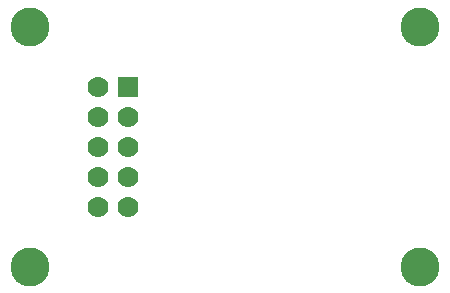
<source format=gbs>
G04 (created by PCBNEW (2013-mar-13)-testing) date Sat 10 Aug 2013 01:32:29 PM PDT*
%MOIN*%
G04 Gerber Fmt 3.4, Leading zero omitted, Abs format*
%FSLAX34Y34*%
G01*
G70*
G90*
G04 APERTURE LIST*
%ADD10C,0.005906*%
%ADD11R,0.070000X0.070000*%
%ADD12C,0.070000*%
%ADD13C,0.130000*%
G04 APERTURE END LIST*
G54D10*
G54D11*
X44250Y-33000D03*
G54D12*
X43250Y-33000D03*
X44250Y-34000D03*
X43250Y-34000D03*
X44250Y-35000D03*
X43250Y-35000D03*
X44250Y-36000D03*
X43250Y-36000D03*
X44250Y-37000D03*
X43250Y-37000D03*
G54D13*
X41000Y-31000D03*
X54000Y-31000D03*
X41000Y-39000D03*
X54000Y-39000D03*
M02*

</source>
